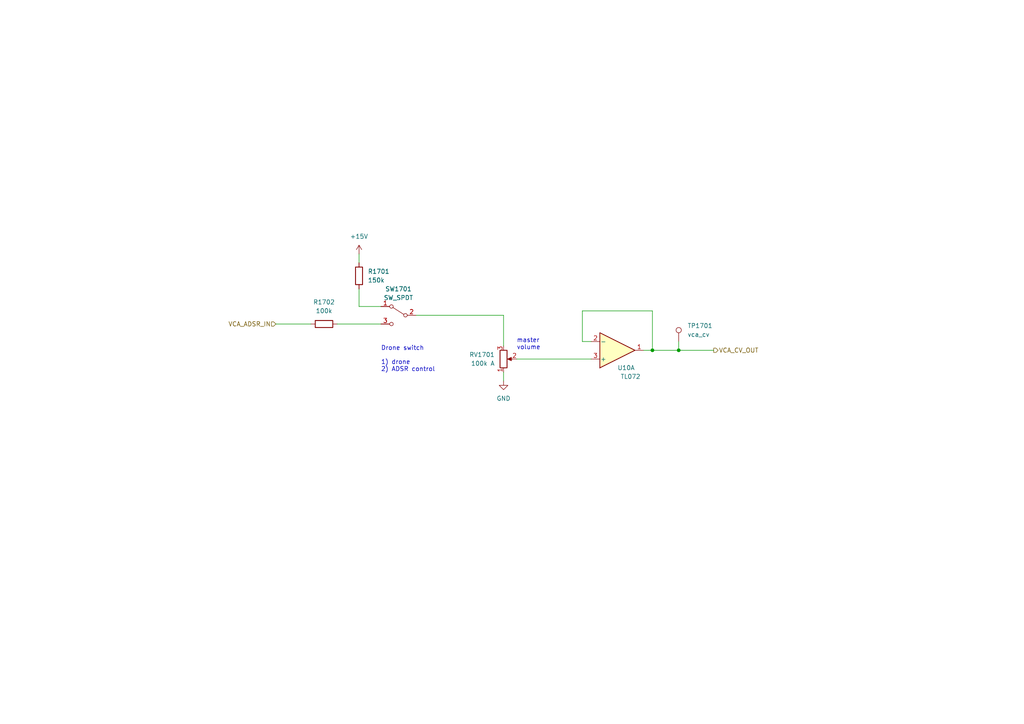
<source format=kicad_sch>
(kicad_sch (version 20211123) (generator eeschema)
  (paper "A4")
  (title_block (title "Josh Ox Ribbon Synth Ribbon board") (date "2022-06-17") (rev "0") (comment 1 "creativecommons.org/licences/by/4.0") (comment 2 "license: CC by 4.0") (comment 3 "Author: Jordan Aceto"))
  (lib_symbols
    (symbol "Amplifier_Operational:TL072" (pin_names (offset 0.127))
      (property "Reference" "U" (at 0 5.08 0))
      (property "Value" "TL072" (at 0 -5.08 0))
      (symbol "TL072_1_1"
        (polyline (pts (xy -5.08 5.08) (xy 5.08 0) (xy -5.08 -5.08) (xy -5.08 5.08)) (stroke (width 0.254)) (fill (type background)))
        (pin output line (at 7.62 0 180) (length 2.54) (name "~") (number "1"))
        (pin input line (at -7.62 -2.54 0) (length 2.54) (name "-") (number "2"))
        (pin input line (at -7.62 2.54 0) (length 2.54) (name "+") (number "3"))
      )
      (symbol "TL072_2_1"
        (polyline (pts (xy -5.08 5.08) (xy 5.08 0) (xy -5.08 -5.08) (xy -5.08 5.08)) (stroke (width 0.254)) (fill (type background)))
        (pin input line (at -7.62 2.54 0) (length 2.54) (name "+") (number "5"))
        (pin input line (at -7.62 -2.54 0) (length 2.54) (name "-") (number "6"))
        (pin output line (at 7.62 0 180) (length 2.54) (name "~") (number "7"))
      )
      (symbol "TL072_3_1"
        (pin power_in line (at -2.54 -7.62 90) (length 3.81) (name "V-") (number "4"))
        (pin power_in line (at -2.54 7.62 270) (length 3.81) (name "V+") (number "8"))
      )
    )
    (symbol "Connector:TestPoint" (pin_numbers hide) (pin_names (offset 0.762) hide)
      (property "Reference" "TP" (at 0 6.858 0))
      (property "Value" "TestPoint" (at 0 5.08 0))
      (symbol "TestPoint_0_1"
        (circle (center 0 3.302) (radius 0.762))
      )
      (symbol "TestPoint_1_1"
        (pin passive line (at 0 0 90) (length 2.54) (name "1") (number "1"))
      )
    )
    (symbol "Device:R" (pin_numbers hide) (pin_names (offset 0))
      (property "Reference" "R" (at 2.032 0 90))
      (property "Value" "R" (at 0 0 90))
      (symbol "R_0_1"
        (rectangle (start -1.016 -2.54) (end 1.016 2.54) (stroke (width 0.254)))
      )
      (symbol "R_1_1"
        (pin passive line (at 0 3.81 270) (length 1.27) (name "~") (number "1"))
        (pin passive line (at 0 -3.81 90) (length 1.27) (name "~") (number "2"))
      )
    )
    (symbol "Device:R_Potentiometer" (pin_names (offset 1.016) hide)
      (property "Reference" "RV" (at -4.445 0 90))
      (property "Value" "R_Potentiometer" (at -2.54 0 90))
      (symbol "R_Potentiometer_0_1"
        (polyline (pts (xy 2.54 0) (xy 1.524 0)))
        (polyline (pts (xy 1.143 0) (xy 2.286 0.508) (xy 2.286 -0.508) (xy 1.143 0)) (fill (type outline)))
        (rectangle (start 1.016 2.54) (end -1.016 -2.54) (stroke (width 0.254)))
      )
      (symbol "R_Potentiometer_1_1"
        (pin passive line (at 0 3.81 270) (length 1.27) (name "1") (number "1"))
        (pin passive line (at 3.81 0 180) (length 1.27) (name "2") (number "2"))
        (pin passive line (at 0 -3.81 90) (length 1.27) (name "3") (number "3"))
      )
    )
    (symbol "Switch:SW_SPDT" (pin_names (offset 0) hide)
      (property "Reference" "SW" (at 0 4.318 0))
      (property "Value" "SW_SPDT" (at 0 -5.08 0))
      (symbol "SW_SPDT_0_0"
        (circle (center -2.032 0) (radius 0.508))
        (circle (center 2.032 -2.54) (radius 0.508))
      )
      (symbol "SW_SPDT_0_1"
        (polyline (pts (xy -1.524 0.254) (xy 1.651 2.286)))
        (circle (center 2.032 2.54) (radius 0.508))
      )
      (symbol "SW_SPDT_1_1"
        (pin passive line (at 5.08 2.54 180) (length 2.54) (name "A") (number "1"))
        (pin passive line (at -5.08 0 0) (length 2.54) (name "B") (number "2"))
        (pin passive line (at 5.08 -2.54 180) (length 2.54) (name "C") (number "3"))
      )
    )
    (symbol "power:+15V" (power) (pin_names (offset 0))
      (property "Value" "+15V" (at 0 3.556 0))
      (symbol "+15V_0_1"
        (polyline (pts (xy -0.762 1.27) (xy 0 2.54)))
        (polyline (pts (xy 0 0) (xy 0 2.54)))
        (polyline (pts (xy 0 2.54) (xy 0.762 1.27)))
      )
      (symbol "+15V_1_1"
        (pin power_in line (at 0 0 90) (length 0) hide (name "+15V") (number "1"))
      )
    )
    (symbol "power:GND" (power) (pin_names (offset 0))
      (property "Value" "GND" (at 0 -3.81 0))
      (symbol "GND_0_1"
        (polyline (pts (xy 0 0) (xy 0 -1.27) (xy 1.27 -1.27) (xy 0 -2.54) (xy -1.27 -1.27) (xy 0 -1.27)))
      )
      (symbol "GND_1_1"
        (pin power_in line (at 0 0 270) (length 0) hide (name "GND") (number "1"))
      )
    )
  )
  (junction (at 189.23 101.6))
  (junction (at 196.85 101.6))
  (wire (pts (xy 80.01 93.98) (xy 90.17 93.98)))
  (wire (pts (xy 120.65 91.44) (xy 146.05 91.44)))
  (wire (pts (xy 196.85 101.6) (xy 207.01 101.6)))
  (wire (pts (xy 168.91 90.17) (xy 189.23 90.17)))
  (wire (pts (xy 189.23 101.6) (xy 196.85 101.6)))
  (wire (pts (xy 168.91 99.06) (xy 168.91 90.17)))
  (wire (pts (xy 97.79 93.98) (xy 110.49 93.98)))
  (wire (pts (xy 196.85 99.06) (xy 196.85 101.6)))
  (wire (pts (xy 104.14 73.66) (xy 104.14 76.2)))
  (wire (pts (xy 104.14 88.9) (xy 110.49 88.9)))
  (wire (pts (xy 104.14 83.82) (xy 104.14 88.9)))
  (wire (pts (xy 146.05 100.33) (xy 146.05 91.44)))
  (wire (pts (xy 149.86 104.14) (xy 171.45 104.14)))
  (wire (pts (xy 146.05 107.95) (xy 146.05 110.49)))
  (wire (pts (xy 171.45 99.06) (xy 168.91 99.06)))
  (wire (pts (xy 189.23 101.6) (xy 186.69 101.6)))
  (wire (pts (xy 189.23 90.17) (xy 189.23 101.6)))
  (text "master\nvolume" (at 149.86 101.6 0) (effects (font (size 1.27 1.27)) (justify left bottom)))
  (text "Drone switch\n\n1) drone\n2) ADSR control" (at 110.49 107.95 0) (effects (font (size 1.27 1.27)) (justify left bottom)))
  (hierarchical_label "VCA_ADSR_IN" (shape input) (at 80.01 93.98 180))
  (hierarchical_label "VCA_CV_OUT" (shape output) (at 207.01 101.6 0))
  (symbol (lib_id "Device:R") (at 104.14 80.01 0) (unit 1)
    (property "Reference" "R1701" (at 106.68 78.7399 0) (effects (justify left)))
    (property "Value" "150k" (at 106.68 81.2799 0) (effects (justify left)))
    (property "Footprint" "Resistor_SMD:R_0805_2012Metric" (effects hide))
  )
  (symbol (lib_id "power:GND") (at 146.05 110.49 0) (unit 1)
    (property "Reference" "#PWR01702" (effects hide))
    (property "Value" "GND" (at 146.05 115.57 0))
  )
  (symbol (lib_id "Connector:TestPoint") (at 196.85 99.06 0) (unit 1) (in_bom no)
    (property "Reference" "TP1701" (at 199.39 94.4879 0) (effects (justify left)))
    (property "Value" "vca_cv" (at 199.39 97.0279 0) (effects (justify left)))
    (property "Footprint" "TestPoint:TestPoint_Keystone_5000-5004_Miniature" (effects hide))
  )
  (symbol (lib_id "Amplifier_Operational:TL072") (at 179.07 101.6 0) (mirror x) (unit 1)
    (property "Reference" "U10" (at 181.61 106.68 0))
    (property "Value" "TL072" (at 182.88 109.22 0))
    (property "Footprint" "Package_SO:SO-8_5.3x6.2mm_P1.27mm" (effects hide))
    (property "Datasheet" "http://www.ti.com/lit/ds/symlink/tl071.pdf" (effects hide))
  )
  (symbol (lib_id "Device:R") (at 93.98 93.98 90) (unit 1)
    (property "Reference" "R1702" (at 93.98 87.63 90))
    (property "Value" "100k" (at 93.98 90.17 90))
    (property "Footprint" "Resistor_SMD:R_0805_2012Metric" (effects hide))
  )
  (symbol (lib_id "power:+15V") (at 104.14 73.66 0) (unit 1)
    (property "Reference" "#PWR01701" (effects hide))
    (property "Value" "+15V" (at 104.14 68.58 0))
  )
  (symbol (lib_id "Switch:SW_SPDT") (at 115.57 91.44 0) (mirror y) (unit 1)
    (property "Reference" "SW1701" (at 115.57 83.82 0))
    (property "Value" "SW_SPDT" (at 115.57 86.36 0))
    (property "Footprint" "custom_footprints:SPDT_mini_toggle" (effects hide))
  )
  (symbol (lib_id "Device:R_Potentiometer") (at 146.05 104.14 0) (mirror x) (unit 1)
    (property "Reference" "RV1701" (at 143.51 102.8699 0) (effects (justify right)))
    (property "Value" "100k A" (at 143.51 105.4099 0) (effects (justify right)))
    (property "Footprint" "Potentiometer_THT:Potentiometer_Alpha_RD901F-40-00D_Single_Vertical" (effects hide))
  )
)
</source>
